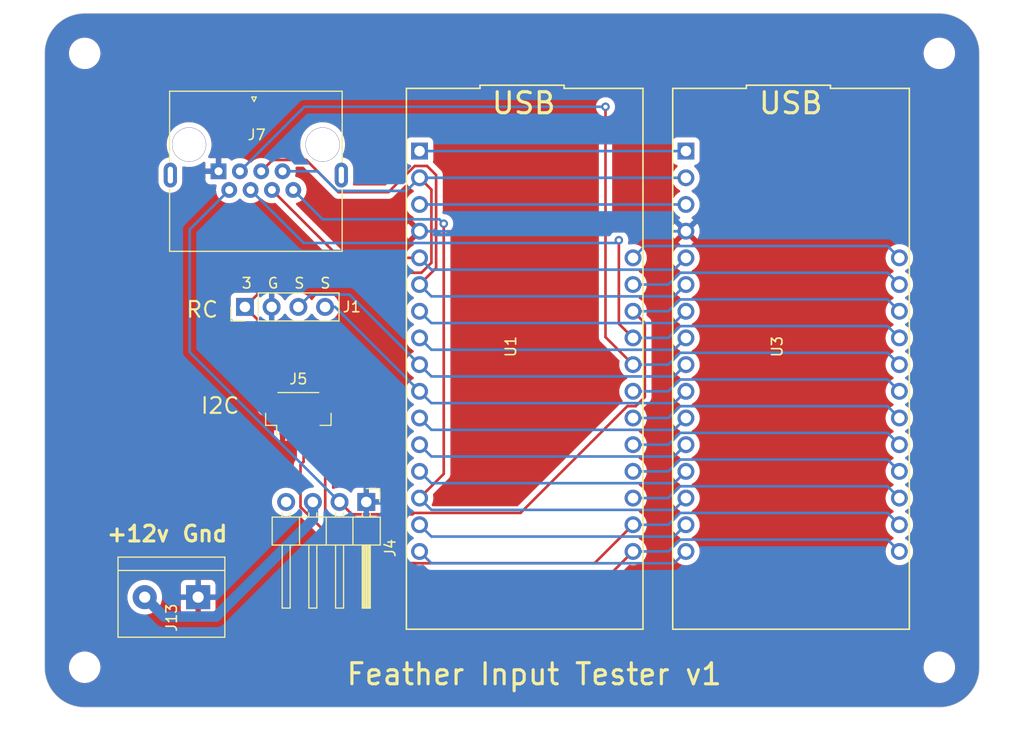
<source format=kicad_pcb>
(kicad_pcb (version 20221018) (generator pcbnew)
  (layers (0 "F.Cu" signal) (31 "B.Cu" signal) (34 "B.Paste" user) (35 "F.Paste" user) (36 "B.SilkS" user "B.Silkscreen") (37 "F.SilkS" user "F.Silkscreen") (38 "B.Mask" user) (39 "F.Mask" user) (44 "Edge.Cuts" user))
  (net 0 "")
  (net 1 "+5V")
  (net 2 "GND")
  (net 3 "+3V3")
  (net 4 "+12V")
  (net 5 "I2C_SDA")
  (net 6 "I2C_SCL")
  (net 7 "Steering")
  (net 8 "Throttle")
  (net 9 "RCPWMThrottle")
  (net 10 "RCPWMSteering")
  (net 11 "ActiveSW")
  (net 12 "D13")
  (net 13 "D12")
  (net 14 "MI")
  (net 15 "MO")
  (net 16 "SCK")
  (net 17 "A3")
  (net 18 "A2")
  (net 19 "AREF")
  (net 20 "RST")
  (net 21 "D5")
  (net 22 "D6")
  (net 23 "D9")
  (net 24 "D10")
  (net 25 "D11")
  (net 26 "EN")
  (net 27 "BAT")
  (net 28 "TX")
  (net 29 "D2")
  (footprint "Connector_PinHeader_2.54mm:PinHeader_1x04_P2.54mm_Horizontal" (layer "F.Cu") (at 136 135.4 -90)
    (fp_text reference "J4" (at 4.385 -2.27 -90) (layer "F.SilkS"))
    (fp_text value "Power Input")
    (fp_line (start -1.27 -1.27) (end 0 -1.27) (stroke (width 0.12)) (layer "F.SilkS"))
    (fp_line (start -1.27 0) (end -1.27 -1.27) (stroke (width 0.12)) (layer "F.SilkS"))
    (fp_line (start 1.042929 2.16) (end 1.44 2.16) (stroke (width 0.12)) (layer "F.SilkS"))
    (fp_line (start 1.042929 2.92) (end 1.44 2.92) (stroke (width 0.12)) (layer "F.SilkS"))
    (fp_line (start 1.042929 4.7) (end 1.44 4.7) (stroke (width 0.12)) (layer "F.SilkS"))
    (fp_line (start 1.042929 5.46) (end 1.44 5.46) (stroke (width 0.12)) (layer "F.SilkS"))
    (fp_line (start 1.042929 7.24) (end 1.44 7.24) (stroke (width 0.12)) (layer "F.SilkS"))
    (fp_line (start 1.042929 8) (end 1.44 8) (stroke (width 0.12)) (layer "F.SilkS"))
    (fp_line (start 1.11 -0.38) (end 1.44 -0.38) (stroke (width 0.12)) (layer "F.SilkS"))
    (fp_line (start 1.11 0.38) (end 1.44 0.38) (stroke (width 0.12)) (layer "F.SilkS"))
    (fp_line (start 1.44 -1.33) (end 1.44 8.95) (stroke (width 0.12)) (layer "F.SilkS"))
    (fp_line (start 1.44 1.27) (end 4.1 1.27) (stroke (width 0.12)) (layer "F.SilkS"))
    (fp_line (start 1.44 3.81) (end 4.1 3.81) (stroke (width 0.12)) (layer "F.SilkS"))
    (fp_line (start 1.44 6.35) (end 4.1 6.35) (stroke (width 0.12)) (layer "F.SilkS"))
    (fp_line (start 1.44 8.95) (end 4.1 8.95) (stroke (width 0.12)) (layer "F.SilkS"))
    (fp_line (start 4.1 -1.33) (end 1.44 -1.33) (stroke (width 0.12)) (layer "F.SilkS"))
    (fp_line (start 4.1 -0.38) (end 10.1 -0.38) (stroke (width 0.12)) (layer "F.SilkS"))
    (fp_line (start 4.1 -0.32) (end 10.1 -0.32) (stroke (width 0.12)) (layer "F.SilkS"))
    (fp_line (start 4.1 -0.2) (end 10.1 -0.2) (stroke (width 0.12)) (layer "F.SilkS"))
    (fp_line (start 4.1 -0.08) (end 10.1 -0.08) (stroke (width 0.12)) (layer "F.SilkS"))
    (fp_line (start 4.1 0.04) (end 10.1 0.04) (stroke (width 0.12)) (layer "F.SilkS"))
    (fp_line (start 4.1 0.16) (end 10.1 0.16) (stroke (width 0.12)) (layer "F.SilkS"))
    (fp_line (start 4.1 0.28) (end 10.1 0.28) (stroke (width 0.12)) (layer "F.SilkS"))
    (fp_line (start 4.1 2.16) (end 10.1 2.16) (stroke (width 0.12)) (layer "F.SilkS"))
    (fp_line (start 4.1 4.7) (end 10.1 4.7) (stroke (width 0.12)) (layer "F.SilkS"))
    (fp_line (start 4.1 7.24) (end 10.1 7.24) (stroke (width 0.12)) (layer "F.SilkS"))
    (fp_line (start 4.1 8.95) (end 4.1 -1.33) (stroke (width 0.12)) (layer "F.SilkS"))
    (fp_line (start 10.1 -0.38) (end 10.1 0.38) (stroke (width 0.12)) (layer "F.SilkS"))
    (fp_line (start 10.1 0.38) (end 4.1 0.38) (stroke (width 0.12)) (layer "F.SilkS"))
    (fp_line (start 10.1 2.16) (end 10.1 2.92) (stroke (width 0.12)) (layer "F.SilkS"))
    (fp_line (start 10.1 2.92) (end 4.1 2.92) (stroke (width 0.12)) (layer "F.SilkS"))
    (fp_line (start 10.1 4.7) (end 10.1 5.46) (stroke (width 0.12)) (layer "F.SilkS"))
    (fp_line (start 10.1 5.46) (end 4.1 5.46) (stroke (width 0.12)) (layer "F.SilkS"))
    (fp_line (start 10.1 7.24) (end 10.1 8) (stroke (width 0.12)) (layer "F.SilkS"))
    (fp_line (start 10.1 8) (end 4.1 8) (stroke (width 0.12)) (layer "F.SilkS"))
    (pad "1" thru_hole rect (at 0 0 270) (size 1.7 1.7) (drill 1) (layers "*.Cu" "*.Mask") (net 2 "GND"))
    (pad "2" thru_hole oval (at 0 2.54 270) (size 1.7 1.7) (drill 1) (layers "*.Cu" "*.Mask") (net 1 "+5V"))
    (pad "3" thru_hole oval (at 0 5.08 270) (size 1.7 1.7) (drill 1) (layers "*.Cu" "*.Mask") (net 4 "+12V"))
    (pad "4" thru_hole oval (at 0 7.62 270) (size 1.7 1.7) (drill 1) (layers "*.Cu" "*.Mask"))
  )
  (footprint "MountingHole:MountingHole_2.5mm" (layer "F.Cu") (at 190.5 92.71)
    (fp_text reference "REF**" hide)
    (fp_text value "MountingHole_2.5mm")
    (pad "" np_thru_hole circle (at 0 0) (size 2.5 2.5) (drill 2.5) (layers "*.Cu" "*.Mask"))
  )
  (footprint "MountingHole:MountingHole_2.5mm" (layer "F.Cu") (at 109.22 151.13)
    (fp_text reference "REF**" hide)
    (fp_text value "MountingHole_2.5mm")
    (pad "" np_thru_hole circle (at 0 0) (size 2.5 2.5) (drill 2.5) (layers "*.Cu" "*.Mask"))
  )
  (footprint "Useful Modifications:RJ45_x08_Tab_Up" (layer "F.Cu") (at 125.73 100.33 180)
    (fp_text reference "J7" (at 0.1524 -0.13208) (layer "F.SilkS"))
    (fp_text value "8P8C")
    (fp_line (start -7.97494 -11.21918) (end -7.97494 -5.207) (stroke (width 0.12)) (layer "F.SilkS"))
    (fp_line (start -7.97494 -11.21918) (end 8.43506 -11.21918) (stroke (width 0.12)) (layer "F.SilkS"))
    (fp_line (start -7.97494 4.02082) (end 8.43506 4.02082) (stroke (width 0.12)) (layer "F.SilkS"))
    (fp_line (start -7.97306 -2.71018) (end -7.97494 4.02082) (stroke (width 0.12)) (layer "F.SilkS"))
    (fp_line (start 0.18796 3.46964) (end 0.62738 3.46964) (stroke (width 0.12)) (layer "F.SilkS"))
    (fp_line (start 0.40132 3.03784) (end 0.18796 3.46964) (stroke (width 0.12)) (layer "F.SilkS"))
    (fp_line (start 0.62738 3.46964) (end 0.40132 3.03784) (stroke (width 0.12)) (layer "F.SilkS"))
    (fp_line (start 8.43506 -11.21918) (end 8.43506 -5.207) (stroke (width 0.12)) (layer "F.SilkS"))
    (fp_line (start 8.43694 -2.71018) (end 8.43506 4.02082) (stroke (width 0.12)) (layer "F.SilkS"))
    (pad "" np_thru_hole circle (at -6.11832 -1.05918) (size 3.25 3.25) (drill 3.2) (layers "*.Cu" "*.Mask"))
    (pad "" np_thru_hole circle (at 6.58168 -1.05918) (size 3.25 3.25) (drill 3.200001) (layers "*.Cu" "*.Mask"))
    (pad "1" thru_hole rect (at 3.78098 -3.59918 180) (size 1.5 1.5) (drill 0.76) (layers "*.Cu" "*.Mask") (net 2 "GND"))
    (pad "2" thru_hole circle (at 2.76098 -5.37918 180) (size 1.5 1.5) (drill 0.76) (layers "*.Cu" "*.Mask") (net 1 "+5V"))
    (pad "3" thru_hole circle (at 1.75098 -3.59918 180) (size 1.5 1.5) (drill 0.76) (layers "*.Cu" "*.Mask") (net 13 "D12"))
    (pad "4" thru_hole circle (at 0.73098 -5.37918 180) (size 1.5 1.5) (drill 0.76) (layers "*.Cu" "*.Mask") (net 12 "D13"))
    (pad "5" thru_hole circle (at -0.27902 -3.59918 180) (size 1.5 1.5) (drill 0.76) (layers "*.Cu" "*.Mask") (net 7 "Steering"))
    (pad "6" thru_hole circle (at -1.29902 -5.37918 180) (size 1.5 1.5) (drill 0.76) (layers "*.Cu" "*.Mask") (net 8 "Throttle"))
    (pad "7" thru_hole circle (at -2.30902 -3.59918 180) (size 1.5 1.5) (drill 0.76) (layers "*.Cu" "*.Mask") (net 3 "+3V3"))
    (pad "8" thru_hole circle (at -3.32902 -5.37918 180) (size 1.5 1.5) (drill 0.76) (layers "*.Cu" "*.Mask") (net 11 "ActiveSW"))
    (pad "9" thru_hole oval (at -7.89832 -3.96113) (size 1.259 2.362) (drill oval 0.5 1.6) (layers "*.Cu" "*.Mask"))
    (pad "10" thru_hole oval (at 8.36168 -3.96113) (size 1.259 2.362) (drill oval 0.5 1.6) (layers "*.Cu" "*.Mask"))
  )
  (footprint "Connector_PinHeader_2.54mm:PinHeader_1x04_P2.54mm_Vertical" (layer "F.Cu") (at 124.46 116.84 90)
    (fp_text reference "J1" (at 0 10.16 180) (layer "F.SilkS"))
    (fp_text value "RC" (at -0.254 -4.064 180) (layer "F.SilkS") (effects (font (size 1.5 1.5) (thickness 0.2))))
    (fp_line (start -1.33 -1.33) (end 0 -1.33) (stroke (width 0.12)) (layer "F.SilkS"))
    (fp_line (start -1.33 0) (end -1.33 -1.33) (stroke (width 0.12)) (layer "F.SilkS"))
    (fp_line (start -1.33 1.27) (end -1.33 8.95) (stroke (width 0.12)) (layer "F.SilkS"))
    (fp_line (start -1.33 1.27) (end 1.33 1.27) (stroke (width 0.12)) (layer "F.SilkS"))
    (fp_line (start -1.33 8.95) (end 1.33 8.95) (stroke (width 0.12)) (layer "F.SilkS"))
    (fp_line (start 1.33 1.27) (end 1.33 8.95) (stroke (width 0.12)) (layer "F.SilkS"))
    (pad "1" thru_hole rect (at 0 0 90) (size 1.7 1.7) (drill 1) (layers "*.Cu" "*.Mask") (net 3 "+3V3"))
    (pad "2" thru_hole oval (at 0 2.54 90) (size 1.7 1.7) (drill 1) (layers "*.Cu" "*.Mask") (net 2 "GND"))
    (pad "3" thru_hole oval (at 0 5.08 90) (size 1.7 1.7) (drill 1) (layers "*.Cu" "*.Mask") (net 9 "RCPWMThrottle"))
    (pad "4" thru_hole oval (at 0 7.62 90) (size 1.7 1.7) (drill 1) (layers "*.Cu" "*.Mask") (net 10 "RCPWMSteering"))
  )
  (footprint "Useful Modifications:TerminalBlock_bornier-2_P5.08mm" (layer "F.Cu") (at 120.01 144.46 180)
    (fp_text reference "J13" (at 2.5273 -1.9558 270) (layer "F.SilkS"))
    (fp_text value "Main Power")
    (fp_line (start -2.54 -3.81) (end -2.54 3.81) (stroke (width 0.12)) (layer "F.SilkS"))
    (fp_line (start -2.54 3.81) (end 7.62 3.81) (stroke (width 0.12)) (layer "F.SilkS"))
    (fp_line (start 7.62 -3.81) (end -2.54 -3.81) (stroke (width 0.12)) (layer "F.SilkS"))
    (fp_line (start 7.62 2.54) (end -2.54 2.54) (stroke (width 0.12)) (layer "F.SilkS"))
    (fp_line (start 7.62 3.81) (end 7.62 -3.81) (stroke (width 0.12)) (layer "F.SilkS"))
    (pad "1" thru_hole rect (at 0 0 180) (size 2.286 2.286) (drill 1.0668) (layers "*.Cu" "*.Mask") (net 2 "GND"))
    (pad "2" thru_hole circle (at 5.08 0 180) (size 2.286 2.286) (drill 1.0668) (layers "*.Cu" "*.Mask") (net 4 "+12V"))
  )
  (footprint "Connector_JST:JST_SH_BM04B-SRSS-TB_1x04-1MP_P1.00mm_Vertical" (layer "F.Cu") (at 129.54 127)
    (fp_text reference "J5" (at 0 -3.3) (layer "F.SilkS"))
    (fp_text value "I2C")
    (fp_line (start -3.11 -0.04) (end -3.11 1.11) (stroke (width 0.12)) (layer "F.SilkS"))
    (fp_line (start -3.11 1.11) (end -2.06 1.11) (stroke (width 0.12)) (layer "F.SilkS"))
    (fp_line (start -2.06 1.11) (end -2.06 2.1) (stroke (width 0.12)) (layer "F.SilkS"))
    (fp_line (start -1.94 -2.01) (end 1.94 -2.01) (stroke (width 0.12)) (layer "F.SilkS"))
    (fp_line (start 3.11 -0.04) (end 3.11 1.11) (stroke (width 0.12)) (layer "F.SilkS"))
    (fp_line (start 3.11 1.11) (end 2.06 1.11) (stroke (width 0.12)) (layer "F.SilkS"))
    (pad "1" smd roundrect (at -1.5 1.325) (size 0.6 1.55) (layers "F.Cu" "F.Paste" "F.Mask") (net 2 "GND"))
    (pad "2" smd roundrect (at -0.5 1.325) (size 0.6 1.55) (layers "F.Cu" "F.Paste" "F.Mask") (net 3 "+3V3"))
    (pad "3" smd roundrect (at 0.5 1.325) (size 0.6 1.55) (layers "F.Cu" "F.Paste" "F.Mask") (net 5 "I2C_SDA"))
    (pad "4" smd roundrect (at 1.5 1.325) (size 0.6 1.55) (layers "F.Cu" "F.Paste" "F.Mask") (net 6 "I2C_SCL"))
    (pad "MP" smd roundrect (at -2.8 -1.2) (size 1.2 1.8) (layers "F.Cu" "F.Paste" "F.Mask") (roundrect_rratio 0.208333))
    (pad "MP" smd roundrect (at 2.8 -1.2) (size 1.2 1.8) (layers "F.Cu" "F.Paste" "F.Mask") (roundrect_rratio 0.208333))
  )
  (footprint "Useful Modifications:Feather_nRF52840" (layer "F.Cu") (at 151.2 120.65 -90)
    (fp_text reference "U1" (at -0.03302 1.45542 90) (layer "F.SilkS"))
    (fp_text value "Feather_RP2040")
    (fp_line (start -24.90852 -3.61392) (end -24.90852 4.38608) (stroke (width 0.15)) (layer "F.SilkS"))
    (fp_line (start -24.6088 -3.61392) (end -24.90852 -3.61392) (stroke (width 0.15)) (layer "F.SilkS"))
    (fp_line (start -24.6088 -3.61392) (end -24.6088 -11.11392) (stroke (width 0.15)) (layer "F.SilkS"))
    (fp_line (start -24.6088 4.38608) (end -24.90852 4.38608) (stroke (width 0.15)) (layer "F.SilkS"))
    (fp_line (start -24.6088 11.38608) (end -24.6088 4.38608) (stroke (width 0.15)) (layer "F.SilkS"))
    (fp_line (start 26.86094 -11.11392) (end -24.6088 -11.11392) (stroke (width 0.15)) (layer "F.SilkS"))
    (fp_line (start 26.86094 11.38608) (end -24.6088 11.38608) (stroke (width 0.15)) (layer "F.SilkS"))
    (fp_line (start 26.86094 11.38608) (end 26.86094 -11.11392) (stroke (width 0.15)) (layer "F.SilkS"))
    (pad "1" thru_hole rect (at -18.64106 10.13206 270) (size 1.6 1.6) (drill 1) (layers "*.Cu" "*.Mask") (net 20 "RST"))
    (pad "2" thru_hole circle (at -16.10106 10.13206 270) (size 1.6 1.6) (drill 1) (layers "*.Cu" "*.Mask") (net 3 "+3V3"))
    (pad "3" thru_hole circle (at -13.56106 10.13206 270) (size 1.6 1.6) (drill 1) (layers "*.Cu" "*.Mask") (net 19 "AREF"))
    (pad "4" thru_hole circle (at -11.02106 10.13206 270) (size 1.6 1.6) (drill 1) (layers "*.Cu" "*.Mask") (net 2 "GND"))
    (pad "5" thru_hole circle (at -8.48106 10.13206 270) (size 1.6 1.6) (drill 1) (layers "*.Cu" "*.Mask") (net 8 "Throttle"))
    (pad "6" thru_hole circle (at -5.94106 10.13206 270) (size 1.6 1.6) (drill 1) (layers "*.Cu" "*.Mask") (net 7 "Steering"))
    (pad "7" thru_hole circle (at -3.40106 10.13206 270) (size 1.6 1.6) (drill 1) (layers "*.Cu" "*.Mask") (net 18 "A2"))
    (pad "8" thru_hole circle (at -0.86106 10.13206 270) (size 1.6 1.6) (drill 1) (layers "*.Cu" "*.Mask") (net 17 "A3"))
    (pad "9" thru_hole circle (at 1.67894 10.13206 270) (size 1.6 1.6) (drill 1) (layers "*.Cu" "*.Mask") (net 9 "RCPWMThrottle"))
    (pad "10" thru_hole circle (at 4.21894 10.13206 270) (size 1.6 1.6) (drill 1) (layers "*.Cu" "*.Mask") (net 10 "RCPWMSteering"))
    (pad "11" thru_hole circle (at 6.75894 10.13206 270) (size 1.6 1.6) (drill 1) (layers "*.Cu" "*.Mask") (net 16 "SCK"))
    (pad "12" thru_hole circle (at 9.29894 10.13206 270) (size 1.6 1.6) (drill 1) (layers "*.Cu" "*.Mask") (net 15 "MO"))
    (pad "13" thru_hole circle (at 11.83894 10.13206 270) (size 1.6 1.6) (drill 1) (layers "*.Cu" "*.Mask") (net 14 "MI"))
    (pad "14" thru_hole circle (at 14.37894 10.13206 270) (size 1.6 1.6) (drill 1) (layers "*.Cu" "*.Mask") (net 11 "ActiveSW"))
    (pad "15" thru_hole circle (at 16.91894 10.13206 270) (size 1.6 1.6) (drill 1) (layers "*.Cu" "*.Mask") (net 28 "TX"))
    (pad "16" thru_hole circle (at 19.45894 10.13206 270) (size 1.6 1.6) (drill 1) (layers "*.Cu" "*.Mask") (net 29 "D2"))
    (pad "17" thru_hole circle (at 19.45894 -10.16794 270) (size 1.6 1.6) (drill 1) (layers "*.Cu" "*.Mask") (net 5 "I2C_SDA"))
    (pad "18" thru_hole circle (at 16.91894 -10.16794 270) (size 1.6 1.6) (drill 1) (layers "*.Cu" "*.Mask") (net 6 "I2C_SCL"))
    (pad "19" thru_hole circle (at 14.37894 -10.16794 270) (size 1.6 1.6) (drill 1) (layers "*.Cu" "*.Mask") (net 21 "D5"))
    (pad "20" thru_hole circle (at 11.83894 -10.16794 270) (size 1.6 1.6) (drill 1) (layers "*.Cu" "*.Mask") (net 22 "D6"))
    (pad "21" thru_hole circle (at 9.29894 -10.16794 270) (size 1.6 1.6) (drill 1) (layers "*.Cu" "*.Mask") (net 23 "D9"))
    (pad "22" thru_hole circle (at 6.75894 -10.16794 270) (size 1.6 1.6) (drill 1) (layers "*.Cu" "*.Mask") (net 24 "D10"))
    (pad "23" thru_hole circle (at 4.21894 -10.16794 270) (size 1.6 1.6) (drill 1) (layers "*.Cu" "*.Mask") (net 25 "D11"))
    (pad "24" thru_hole circle (at 1.67894 -10.16794 270) (size 1.6 1.6) (drill 1) (layers "*.Cu" "*.Mask") (net 13 "D12"))
    (pad "25" thru_hole circle (at -0.86106 -10.16794 270) (size 1.6 1.6) (drill 1) (layers "*.Cu" "*.Mask") (net 12 "D13"))
    (pad "26" thru_hole circle (at -3.40106 -10.16794 270) (size 1.6 1.6) (drill 1) (layers "*.Cu" "*.Mask") (net 1 "+5V"))
    (pad "27" thru_hole circle (at -5.94106 -10.16794 270) (size 1.6 1.6) (drill 1) (layers "*.Cu" "*.Mask") (net 26 "EN"))
    (pad "28" thru_hole circle (at -8.48106 -10.16794 270) (size 1.6 1.6) (drill 1) (layers "*.Cu" "*.Mask") (net 27 "BAT"))
  )
  (footprint "MountingHole:MountingHole_2.5mm" (layer "F.Cu") (at 190.5 151.13)
    (fp_text reference "REF**" hide)
    (fp_text value "MountingHole_2.5mm")
    (pad "" np_thru_hole circle (at 0 0) (size 2.5 2.5) (drill 2.5) (layers "*.Cu" "*.Mask"))
  )
  (footprint "Useful Modifications:Feather_nRF52840" (layer "F.Cu") (at 176.53 120.65 -90)
    (fp_text reference "U3" (at -0.03302 1.45542 90) (layer "F.SilkS"))
    (fp_text value "Feather_RP2040")
    (fp_line (start -24.90852 -3.61392) (end -24.90852 4.38608) (stroke (width 0.15)) (layer "F.SilkS"))
    (fp_line (start -24.6088 -3.61392) (end -24.90852 -3.61392) (stroke (width 0.15)) (layer "F.SilkS"))
    (fp_line (start -24.6088 -3.61392) (end -24.6088 -11.11392) (stroke (width 0.15)) (layer "F.SilkS"))
    (fp_line (start -24.6088 4.38608) (end -24.90852 4.38608) (stroke (width 0.15)) (layer "F.SilkS"))
    (fp_line (start -24.6088 11.38608) (end -24.6088 4.38608) (stroke (width 0.15)) (layer "F.SilkS"))
    (fp_line (start 26.86094 -11.11392) (end -24.6088 -11.11392) (stroke (width 0.15)) (layer "F.SilkS"))
    (fp_line (start 26.86094 11.38608) (end -24.6088 11.38608) (stroke (width 0.15)) (layer "F.SilkS"))
    (fp_line (start 26.86094 11.38608) (end 26.86094 -11.11392) (stroke (width 0.15)) (layer "F.SilkS"))
    (pad "1" thru_hole rect (at -18.64106 10.13206 270) (size 1.6 1.6) (drill 1) (layers "*.Cu" "*.Mask") (net 20 "RST"))
    (pad "2" thru_hole circle (at -16.10106 10.13206 270) (size 1.6 1.6) (drill 1) (layers "*.Cu" "*.Mask") (net 3 "+3V3"))
    (pad "3" thru_hole circle (at -13.56106 10.13206 270) (size 1.6 1.6) (drill 1) (layers "*.Cu" "*.Mask") (net 19 "AREF"))
    (pad "4" thru_hole circle (at -11.02106 10.13206 270) (size 1.6 1.6) (drill 1) (layers "*.Cu" "*.Mask") (net 2 "GND"))
    (pad "5" thru_hole circle (at -8.48106 10.13206 270) (size 1.6 1.6) (drill 1) (layers "*.Cu" "*.Mask") (net 8 "Throttle"))
    (pad "6" thru_hole circle (at -5.94106 10.13206 270) (size 1.6 1.6) (drill 1) (layers "*.Cu" "*.Mask") (net 7 "Steering"))
    (pad "7" thru_hole circle (at -3.40106 10.13206 270) (size 1.6 1.6) (drill 1) (layers "*.Cu" "*.Mask") (net 18 "A2"))
    (pad "8" thru_hole circle (at -0.86106 10.13206 270) (size 1.6 1.6) (drill 1) (layers "*.Cu" "*.Mask") (net 17 "A3"))
    (pad "9" thru_hole circle (at 1.67894 10.13206 270) (size 1.6 1.6) (drill 1) (layers "*.Cu" "*.Mask") (net 9 "RCPWMThrottle"))
    (pad "10" thru_hole circle (at 4.21894 10.13206 270) (size 1.6 1.6) (drill 1) (layers "*.Cu" "*.Mask") (net 10 "RCPWMSteering"))
    (pad "11" thru_hole circle (at 6.75894 10.13206 270) (size 1.6 1.6) (drill 1) (layers "*.Cu" "*.Mask") (net 16 "SCK"))
    (pad "12" thru_hole circle (at 9.29894 10.13206 270) (size 1.6 1.6) (drill 1) (layers "*.Cu" "*.Mask") (net 15 "MO"))
    (pad "13" thru_hole circle (at 11.83894 10.13206 270) (size 1.6 1.6) (drill 1) (layers "*.Cu" "*.Mask") (net 14 "MI"))
    (pad "14" thru_hole circle (at 14.37894 10.13206 270) (size 1.6 1.6) (drill 1) (layers "*.Cu" "*.Mask") (net 11 "ActiveSW"))
    (pad "15" thru_hole circle (at 16.91894 10.13206 270) (size 1.6 1.6) (drill 1) (layers "*.Cu" "*.Mask") (net 28 "TX"))
    (pad "16" thru_hole circle (at 19.45894 10.13206 270) (size 1.6 1.6) (drill 1) (layers "*.Cu" "*.Mask") (net 29 "D2"))
    (pad "17" thru_hole circle (at 19.45894 -10.16794 270) (size 1.6 1.6) (drill 1) (layers "*.Cu" "*.Mask") (net 5 "I2C_SDA"))
    (pad "18" thru_hole circle (at 16.91894 -10.16794 270) (size 1.6 1.6) (drill 1) (layers "*.Cu" "*.Mask") (net 6 "I2C_SCL"))
    (pad "19" thru_hole circle (at 14.37894 -10.16794 270) (size 1.6 1.6) (drill 1) (layers "*.Cu" "*.Mask") (net 21 "D5"))
    (pad "20" thru_hole circle (at 11.83894 -10.16794 270) (size 1.6 1.6) (drill 1) (layers "*.Cu" "*.Mask") (net 22 "D6"))
    (pad "21" thru_hole circle (at 9.29894 -10.16794 270) (size 1.6 1.6) (drill 1) (layers "*.Cu" "*.Mask") (net 23 "D9"))
    (pad "22" thru_hole circle (at 6.75894 -10.16794 270) (size 1.6 1.6) (drill 1) (layers "*.Cu" "*.Mask") (net 24 "D10"))
    (pad "23" thru_hole circle (at 4.21894 -10.16794 270) (size 1.6 1.6) (drill 1) (layers "*.Cu" "*.Mask") (net 25 "D11"))
    (pad "24" thru_hole circle (at 1.67894 -10.16794 270) (size 1.6 1.6) (drill 1) (layers "*.Cu" "*.Mask") (net 13 "D12"))
    (pad "25" thru_hole circle (at -0.86106 -10.16794 270) (size 1.6 1.6) (drill 1) (layers "*.Cu" "*.Mask") (net 12 "D13"))
    (pad "26" thru_hole circle (at -3.40106 -10.16794 270) (size 1.6 1.6) (drill 1) (layers "*.Cu" "*.Mask") (net 1 "+5V"))
    (pad "27" thru_hole circle (at -5.94106 -10.16794 270) (size 1.6 1.6) (drill 1) (layers "*.Cu" "*.Mask") (net 26 "EN"))
    (pad "28" thru_hole circle (at -8.48106 -10.16794 270) (size 1.6 1.6) (drill 1) (layers "*.Cu" "*.Mask") (net 27 "BAT"))
  )
  (footprint "MountingHole:MountingHole_2.5mm" (layer "F.Cu") (at 109.22 92.71)
    (fp_text reference "REF**" hide)
    (fp_text value "MountingHole_2.5mm")
    (pad "" np_thru_hole circle (at 0 0) (size 2.5 2.5) (drill 2.5) (layers "*.Cu" "*.Mask"))
  )
  (gr_line (start 105.41 92.71) (end 105.41 151.13) (stroke (width 0.05)) (layer "Edge.Cuts"))
  (gr_arc (start 190.5 88.9) (mid 193.194077 90.015923) (end 194.31 92.71) (stroke (width 0.05)) (layer "Edge.Cuts"))
  (gr_line (start 109.22 154.94) (end 190.5 154.94) (stroke (width 0.05)) (layer "Edge.Cuts"))
  (gr_line (start 194.31 151.13) (end 194.31 92.71) (stroke (width 0.05)) (layer "Edge.Cuts"))
  (gr_line (start 190.5 88.9) (end 109.22 88.9) (stroke (width 0.05)) (layer "Edge.Cuts"))
  (gr_arc (start 194.31 151.13) (mid 193.194077 153.824077) (end 190.5 154.94) (stroke (width 0.05)) (layer "Edge.Cuts"))
  (gr_arc (start 105.41 92.71) (mid 106.525923 90.015923) (end 109.22 88.9) (stroke (width 0.05)) (layer "Edge.Cuts"))
  (gr_arc (start 109.22 154.94) (mid 106.525923 153.824077) (end 105.41 151.13) (stroke (width 0.05)) (layer "Edge.Cuts"))
  (gr_text "3  G  S  S" (at 124.06 114.58) (layer "F.SilkS") (effects (font (size 1 1)) (justify left)))
  (gr_text "Gnd" (at 120.65 138.43) (layer "F.SilkS") (effects (font (size 1.5 1.5) (thickness 0.3))))
  (gr_text "+12v" (at 114.3 138.43) (layer "F.SilkS") (effects (font (size 1.5 1.5) (thickness 0.3))))
  (gr_text "I2C" (at 120.142 126.238) (layer "F.SilkS") (effects (font (size 1.5 1.5) (thickness 0.2)) (justify left)))
  (gr_text "USB" (at 176.375 97.45) (layer "F.SilkS") (effects (font (size 2 2) (thickness 0.3))))
  (gr_text "USB" (at 150.975 97.45) (layer "F.SilkS") (effects (font (size 2 2) (thickness 0.3))))
  (gr_text "Feather Input Tester v1" (at 151.9682 151.7904) (layer "F.SilkS") (effects (font (size 2 2) (thickness 0.3))))
  (segment (start 140.396877 136.575001) (end 140.527939 136.443939) (width 0.25) (layer "F.Cu") (net 1))
  (segment (start 162.492941 118.373941) (end 161.36794 117.24894) (width 0.25) (layer "F.Cu") (net 1))
  (segment (start 161.617943 126.283939) (end 162.492941 125.408941) (width 0.25) (layer "F.Cu") (net 1))
  (segment (start 160.827939 126.283939) (end 161.617943 126.283939) (width 0.25) (layer "F.Cu") (net 1))
  (segment (start 133.46 135.4) (end 134.635001 136.575001) (width 0.25) (layer "F.Cu") (net 1))
  (segment (start 140.527939 136.443939) (end 150.667939 136.443939) (width 0.25) (layer "F.Cu") (net 1))
  (segment (start 150.667939 136.443939) (end 160.827939 126.283939) (width 0.25) (layer "F.Cu") (net 1))
  (segment (start 134.635001 136.575001) (end 140.396877 136.575001) (width 0.25) (layer "F.Cu") (net 1))
  (segment (start 162.492941 125.408941) (end 162.492941 118.373941) (width 0.25) (layer "F.Cu") (net 1))
  (segment (start 165.857939 116.123939) (end 185.572939 116.123939) (width 0.25) (layer "B.Cu") (net 1))
  (segment (start 161.36794 117.24894) (end 164.732938 117.24894) (width 0.25) (layer "B.Cu") (net 1))
  (segment (start 122.96902 105.70918) (end 119.204999 109.473201) (width 0.25) (layer "B.Cu") (net 1))
  (segment (start 124.065198 126.005198) (end 133.46 135.4) (width 0.25) (layer "B.Cu") (net 1))
  (segment (start 119.204999 109.473201) (end 119.204999 121.144999) (width 0.25) (layer "B.Cu") (net 1))
  (segment (start 119.204999 121.144999) (end 124.065198 126.005198) (width 0.25) (layer "B.Cu") (net 1))
  (segment (start 185.572939 116.123939) (end 186.69794 117.24894) (width 0.25) (layer "B.Cu") (net 1))
  (segment (start 164.732938 117.24894) (end 165.857939 116.123939) (width 0.25) (layer "B.Cu") (net 1))
  (segment (start 166.39794 109.62894) (end 166.384377 109.642503) (width 0.25) (layer "B.Cu") (net 2))
  (segment (start 141.081503 109.642503) (end 141.06794 109.62894) (width 0.25) (layer "B.Cu") (net 2))
  (segment (start 166.384377 109.642503) (end 141.081503 109.642503) (width 0.25) (layer "B.Cu") (net 2))
  (segment (start 142.19294 112.634931) (end 141.243931 113.58394) (width 0.25) (layer "F.Cu") (net 3))
  (segment (start 129.04 121.42) (end 129.04 128.325) (width 0.25) (layer "F.Cu") (net 3))
  (segment (start 141.06794 104.54894) (end 142.19294 105.67394) (width 0.25) (layer "F.Cu") (net 3))
  (segment (start 127.71606 113.58394) (end 124.46 116.84) (width 0.25) (layer "F.Cu") (net 3))
  (segment (start 142.19294 105.67394) (end 142.19294 112.634931) (width 0.25) (layer "F.Cu") (net 3))
  (segment (start 124.46 116.84) (end 129.04 121.42) (width 0.25) (layer "F.Cu") (net 3))
  (segment (start 141.243931 113.58394) (end 127.71606 113.58394) (width 0.25) (layer "F.Cu") (net 3))
  (segment (start 133.23295 105.79714) (end 139.81974 105.79714) (width 0.25) (layer "B.Cu") (net 3))
  (segment (start 128.03902 103.92918) (end 131.36499 103.92918) (width 0.25) (layer "B.Cu") (net 3))
  (segment (start 141.06794 104.54894) (end 166.39794 104.54894) (width 0.25) (layer "B.Cu") (net 3))
  (segment (start 139.81974 105.79714) (end 141.06794 104.54894) (width 0.25) (layer "B.Cu") (net 3))
  (segment (start 131.36499 103.92918) (end 133.23295 105.79714) (width 0.25) (layer "B.Cu") (net 3))
  (segment (start 130.92 137.096002) (end 130.92 135.4) (width 1) (layer "B.Cu") (net 4))
  (segment (start 121.713001 146.303001) (end 130.92 137.096002) (width 1) (layer "B.Cu") (net 4))
  (segment (start 116.773001 146.303001) (end 121.713001 146.303001) (width 1) (layer "B.Cu") (net 4))
  (segment (start 114.93 144.46) (end 116.773001 146.303001) (width 1) (layer "B.Cu") (net 4))
  (segment (start 130.04 131.572) (end 129.745 131.867) (width 0.25) (layer "F.Cu") (net 5))
  (segment (start 159.23688 142.24) (end 161.36794 140.10894) (width 0.25) (layer "F.Cu") (net 5))
  (segment (start 129.745 131.867) (end 129.745 135.886701) (width 0.25) (layer "F.Cu") (net 5))
  (segment (start 130.04 128.325) (end 130.04 131.572) (width 0.25) (layer "F.Cu") (net 5))
  (segment (start 159.23688 142.24) (end 136.098299 142.24) (width 0.25) (layer "F.Cu") (net 5))
  (segment (start 129.745 135.886701) (end 136.098299 142.24) (width 0.25) (layer "F.Cu") (net 5))
  (segment (start 164.732938 140.10894) (end 165.857939 138.983939) (width 0.25) (layer "B.Cu") (net 5))
  (segment (start 161.36794 140.10894) (end 164.732938 140.10894) (width 0.25) (layer "B.Cu") (net 5))
  (segment (start 185.572939 138.983939) (end 186.69794 140.10894) (width 0.25) (layer "B.Cu") (net 5))
  (segment (start 165.857939 138.983939) (end 185.572939 138.983939) (width 0.25) (layer "B.Cu") (net 5))
  (segment (start 140.592009 141.224) (end 136.935998 141.224) (width 0.25) (layer "F.Cu") (net 6))
  (segment (start 132.095 129.38) (end 132.095 136.402882) (width 0.25) (layer "F.Cu") (net 6))
  (segment (start 140.601949 141.23394) (end 157.70294 141.23394) (width 0.25) (layer "F.Cu") (net 6))
  (segment (start 136.935998 141.224) (end 136.926058 141.23394) (width 0.25) (layer "F.Cu") (net 6))
  (segment (start 136.926058 141.23394) (end 132.095 136.402882) (width 0.25) (layer "F.Cu") (net 6))
  (segment (start 131.04 128.325) (end 132.095 129.38) (width 0.25) (layer "F.Cu") (net 6))
  (segment (start 140.592009 141.224) (end 140.601949 141.23394) (width 0.25) (layer "F.Cu") (net 6))
  (segment (start 157.70294 141.23394) (end 161.36794 137.56894) (width 0.25) (layer "F.Cu") (net 6))
  (segment (start 165.857939 136.443939) (end 185.572939 136.443939) (width 0.25) (layer "B.Cu") (net 6))
  (segment (start 164.732938 137.56894) (end 165.857939 136.443939) (width 0.25) (layer "B.Cu") (net 6))
  (segment (start 185.572939 136.443939) (end 186.69794 137.56894) (width 0.25) (layer "B.Cu") (net 6))
  (segment (start 161.36794 137.56894) (end 164.732938 137.56894) (width 0.25) (layer "B.Cu") (net 6))
  (segment (start 140.601949 103.42394) (end 141.77794 103.42394) (width 0.25) (layer "F.Cu") (net 7))
  (segment (start 130.28618 102.85418) (end 133.35 105.918) (width 0.25) (layer "F.Cu") (net 7))
  (segment (start 138.107889 105.918) (end 140.601949 103.42394) (width 0.25) (layer "F.Cu") (net 7))
  (segment (start 127.08402 102.85418) (end 130.28618 102.85418) (width 0.25) (layer "F.Cu") (net 7))
  (segment (start 126.00902 103.92918) (end 127.08402 102.85418) (width 0.25) (layer "F.Cu") (net 7))
  (segment (start 133.35 105.918) (end 138.107889 105.918) (width 0.25) (layer "F.Cu") (net 7))
  (segment (start 141.77794 103.42394) (end 142.64294 104.28894) (width 0.25) (layer "F.Cu") (net 7))
  (segment (start 142.64294 104.28894) (end 142.64294 113.13394) (width 0.25) (layer "F.Cu") (net 7))
  (segment (start 142.64294 113.13394) (end 141.06794 114.70894) (width 0.25) (layer "F.Cu") (net 7))
  (segment (start 165.272939 115.833941) (end 166.39794 114.70894) (width 0.25) (layer "B.Cu") (net 7))
  (segment (start 142.192941 115.833941) (end 165.272939 115.833941) (width 0.25) (layer "B.Cu") (net 7))
  (segment (start 141.06794 114.70894) (end 142.192941 115.833941) (width 0.25) (layer "B.Cu") (net 7))
  (segment (start 127.02902 105.70918) (end 133.48878 112.16894) (width 0.25) (layer "F.Cu") (net 8))
  (segment (start 133.48878 112.16894) (end 141.06794 112.16894) (width 0.25) (layer "F.Cu") (net 8))
  (segment (start 142.192941 113.293941) (end 165.272939 113.293941) (width 0.25) (layer "B.Cu") (net 8))
  (segment (start 141.06794 112.16894) (end 142.192941 113.293941) (width 0.25) (layer "B.Cu") (net 8))
  (segment (start 165.272939 113.293941) (end 166.39794 112.16894) (width 0.25) (layer "B.Cu") (net 8))
  (segment (start 134.404 115.665) (end 130.715 115.665) (width 0.25) (layer "B.Cu") (net 9))
  (segment (start 130.715 115.665) (end 129.54 116.84) (width 0.25) (layer "B.Cu") (net 9))
  (segment (start 142.192941 123.453941) (end 165.272939 123.453941) (width 0.25) (layer "B.Cu") (net 9))
  (segment (start 165.272939 123.453941) (end 166.39794 122.32894) (width 0.25) (layer "B.Cu") (net 9))
  (segment (start 141.06794 122.32894) (end 142.192941 123.453941) (width 0.25) (layer "B.Cu") (net 9))
  (segment (start 141.06794 122.32894) (end 134.404 115.665) (width 0.25) (layer "B.Cu") (net 9))
  (segment (start 142.192941 125.993941) (end 165.272939 125.993941) (width 0.25) (layer "B.Cu") (net 10))
  (segment (start 165.272939 125.993941) (end 166.39794 124.86894) (width 0.25) (layer "B.Cu") (net 10))
  (segment (start 141.06794 124.86894) (end 133.039 116.84) (width 0.25) (layer "B.Cu") (net 10))
  (segment (start 133.039 116.84) (end 132.08 116.84) (width 0.25) (layer "B.Cu") (net 10))
  (segment (start 142.192941 125.993941) (end 141.06794 124.86894) (width 0.25) (layer "B.Cu") (net 10))
  (segment (start 141.06794 135.02894) (end 143.36794 132.72894) (width 0.25) (layer "F.Cu") (net 11))
  (segment (start 143.36794 132.72894) (end 143.36794 108.917503) (width 0.25) (layer "F.Cu") (net 11))
  (via (at 143.36794 108.917503) (size 0.8) (drill 0.4) (layers "F.Cu" "B.Cu") (net 11))
  (segment (start 141.06794 135.02894) (end 142.192941 136.153941) (width 0.25) (layer "B.Cu") (net 11))
  (segment (start 131.853779 108.503939) (end 142.954376 108.503939) (width 0.25) (layer "B.Cu") (net 11))
  (segment (start 142.192941 136.153941) (end 165.272939 136.153941) (width 0.25) (layer "B.Cu") (net 11))
  (segment (start 129.05902 105.70918) (end 131.853779 108.503939) (width 0.25) (layer "B.Cu") (net 11))
  (segment (start 165.272939 136.153941) (end 166.39794 135.02894) (width 0.25) (layer "B.Cu") (net 11))
  (segment (start 142.954376 108.503939) (end 143.36794 108.917503) (width 0.25) (layer "B.Cu") (net 11))
  (segment (start 160.02 118.441) (end 161.36794 119.78894) (width 0.25) (layer "F.Cu") (net 12))
  (segment (start 160.02 110.49) (end 160.02 118.441) (width 0.25) (layer "F.Cu") (net 12))
  (via (at 160.02 110.49) (size 0.8) (drill 0.4) (layers "F.Cu" "B.Cu") (net 12))
  (segment (start 159.756059 110.753941) (end 160.02 110.49) (width 0.25) (layer "B.Cu") (net 12))
  (segment (start 185.572939 118.663939) (end 186.69794 119.78894) (width 0.25) (layer "B.Cu") (net 12))
  (segment (start 130.043781 110.753941) (end 159.756059 110.753941) (width 0.25) (layer "B.Cu") (net 12))
  (segment (start 164.732938 119.78894) (end 165.857939 118.663939) (width 0.25) (layer "B.Cu") (net 12))
  (segment (start 161.36794 119.78894) (end 164.732938 119.78894) (width 0.25) (layer "B.Cu") (net 12))
  (segment (start 165.857939 118.663939) (end 185.572939 118.663939) (width 0.25) (layer "B.Cu") (net 12))
  (segment (start 124.99902 105.70918) (end 130.043781 110.753941) (width 0.25) (layer "B.Cu") (net 12))
  (segment (start 158.75 97.79) (end 158.75 119.711) (width 0.25) (layer "F.Cu") (net 13))
  (segment (start 158.75 119.711) (end 161.36794 122.32894) (width 0.25) (layer "F.Cu") (net 13))
  (via (at 158.75 97.79) (size 0.8) (drill 0.4) (layers "F.Cu" "B.Cu") (net 13))
  (segment (start 123.97902 103.92918) (end 130.1182 97.79) (width 0.25) (layer "B.Cu") (net 13))
  (segment (start 165.857939 121.203939) (end 185.572939 121.203939) (width 0.25) (layer "B.Cu") (net 13))
  (segment (start 161.36794 122.32894) (end 164.732938 122.32894) (width 0.25) (layer "B.Cu") (net 13))
  (segment (start 130.1182 97.79) (end 158.75 97.79) (width 0.25) (layer "B.Cu") (net 13))
  (segment (start 185.572939 121.203939) (end 186.69794 122.32894) (width 0.25) (layer "B.Cu") (net 13))
  (segment (start 164.732938 122.32894) (end 165.857939 121.203939) (width 0.25) (layer "B.Cu") (net 13))
  (segment (start 141.06794 132.48894) (end 142.192941 133.613941) (width 0.25) (layer "B.Cu") (net 14))
  (segment (start 142.192941 133.613941) (end 165.272939 133.613941) (width 0.25) (layer "B.Cu") (net 14))
  (segment (start 165.272939 133.613941) (end 166.39794 132.48894) (width 0.25) (layer "B.Cu") (net 14))
  (segment (start 141.06794 129.94894) (end 142.192941 131.073941) (width 0.25) (layer "B.Cu") (net 15))
  (segment (start 142.192941 131.073941) (end 165.272939 131.073941) (width 0.25) (layer "B.Cu") (net 15))
  (segment (start 165.272939 131.073941) (end 166.39794 129.94894) (width 0.25) (layer "B.Cu") (net 15))
  (segment (start 165.272939 128.533941) (end 166.39794 127.40894) (width 0.25) (layer "B.Cu") (net 16))
  (segment (start 141.06794 127.40894) (end 142.192941 128.533941) (width 0.25) (layer "B.Cu") (net 16))
  (segment (start 142.192941 128.533941) (end 165.272939 128.533941) (width 0.25) (layer "B.Cu") (net 16))
  (segment (start 142.192941 120.913941) (end 165.272939 120.913941) (width 0.25) (layer "B.Cu") (net 17))
  (segment (start 141.06794 119.78894) (end 142.192941 120.913941) (width 0.25) (layer "B.Cu") (net 17))
  (segment (start 165.272939 120.913941) (end 166.39794 119.78894) (width 0.25) (layer "B.Cu") (net 17))
  (segment (start 142.192941 118.373941) (end 165.272939 118.373941) (width 0.25) (layer "B.Cu") (net 18))
  (segment (start 141.06794 117.24894) (end 142.192941 118.373941) (width 0.25) (layer "B.Cu") (net 18))
  (segment (start 165.272939 118.373941) (end 166.39794 117.24894) (width 0.25) (layer "B.Cu") (net 18))
  (segment (start 141.06794 107.08894) (end 166.39794 107.08894) (width 0.25) (layer "B.Cu") (net 19))
  (segment (start 141.06794 102.00894) (end 166.39794 102.00894) (width 0.25) (layer "B.Cu") (net 20))
  (segment (start 185.572939 133.903939) (end 186.69794 135.02894) (width 0.25) (layer "B.Cu") (net 21))
  (segment (start 165.857939 133.903939) (end 185.572939 133.903939) (width 0.25) (layer "B.Cu") (net 21))
  (segment (start 161.36794 135.02894) (end 164.732938 135.02894) (width 0.25) (layer "B.Cu") (net 21))
  (segment (start 164.732938 135.02894) (end 165.857939 133.903939) (width 0.25) (layer "B.Cu") (net 21))
  (segment (start 165.857939 131.363939) (end 185.572939 131.363939) (width 0.25) (layer "B.Cu") (net 22))
  (segment (start 161.36794 132.48894) (end 164.732938 132.48894) (width 0.25) (layer "B.Cu") (net 22))
  (segment (start 185.572939 131.363939) (end 186.69794 132.48894) (width 0.25) (layer "B.Cu") (net 22))
  (segment (start 164.732938 132.48894) (end 165.857939 131.363939) (width 0.25) (layer "B.Cu") (net 22))
  (segment (start 161.36794 129.94894) (end 164.732938 129.94894) (width 0.25) (layer "B.Cu") (net 23))
  (segment (start 165.857939 128.823939) (end 185.572939 128.823939) (width 0.25) (layer "B.Cu") (net 23))
  (segment (start 164.732938 129.94894) (end 165.857939 128.823939) (width 0.25) (layer "B.Cu") (net 23))
  (segment (start 185.572939 128.823939) (end 186.69794 129.94894) (width 0.25) (layer "B.Cu") (net 23))
  (segment (start 161.36794 127.40894) (end 164.732938 127.40894) (width 0.25) (layer "B.Cu") (net 24))
  (segment (start 165.857939 126.283939) (end 185.572939 126.283939) (width 0.25) (layer "B.Cu") (net 24))
  (segment (start 164.732938 127.40894) (end 165.857939 126.283939) (width 0.25) (layer "B.Cu") (net 24))
  (segment (start 185.572939 126.283939) (end 186.69794 127.40894) (width 0.25) (layer "B.Cu") (net 24))
  (segment (start 185.572939 123.743939) (end 186.69794 124.86894) (width 0.25) (layer "B.Cu") (net 25))
  (segment (start 164.732938 124.86894) (end 165.857939 123.743939) (width 0.25) (layer "B.Cu") (net 25))
  (segment (start 161.36794 124.86894) (end 164.732938 124.86894) (width 0.25) (layer "B.Cu") (net 25))
  (segment (start 165.857939 123.743939) (end 185.572939 123.743939) (width 0.25) (layer "B.Cu") (net 25))
  (segment (start 185.572939 113.583939) (end 186.69794 114.70894) (width 0.25) (layer "B.Cu") (net 26))
  (segment (start 165.857939 113.583939) (end 185.572939 113.583939) (width 0.25) (layer "B.Cu") (net 26))
  (segment (start 164.732938 114.70894) (end 165.857939 113.583939) (width 0.25) (layer "B.Cu") (net 26))
  (segment (start 161.36794 114.70894) (end 164.732938 114.70894) (width 0.25) (layer "B.Cu") (net 26))
  (segment (start 185.572939 111.043939) (end 186.69794 112.16894) (width 0.25) (layer "B.Cu") (net 27))
  (segment (start 162.492941 111.043939) (end 185.572939 111.043939) (width 0.25) (layer "B.Cu") (net 27))
  (segment (start 161.36794 112.16894) (end 162.492941 111.043939) (width 0.25) (layer "B.Cu") (net 27))
  (segment (start 142.192941 138.693941) (end 165.272939 138.693941) (width 0.25) (layer "B.Cu") (net 28))
  (segment (start 165.272939 138.693941) (end 166.39794 137.56894) (width 0.25) (layer "B.Cu") (net 28))
  (segment (start 141.06794 137.56894) (end 142.192941 138.693941) (width 0.25) (layer "B.Cu") (net 28))
  (segment (start 142.192941 141.233941) (end 165.272939 141.233941) (width 0.25) (layer "B.Cu") (net 29))
  (segment (start 141.06794 140.10894) (end 142.192941 141.233941) (width 0.25) (layer "B.Cu") (net 29))
  (segment (start 165.272939 141.233941) (end 166.39794 140.10894) (width 0.25) (layer "B.Cu") (net 29))
  (zone (net 2) (net_name "GND") (layer "F.Cu") (connect_pads (clearance 0.508)) (min_thickness 0.254) (fill yes (thermal_gap 0.508) (thermal_bridge_width 0.508))
    (polygon (pts (xy 195.58 157.48) (xy 102.87 157.48) (xy 101.346 87.63) (xy 195.58 87.63)))
  )
  (zone (net 2) (net_name "GND") (layer "B.Cu") (connect_pads (clearance 0.508)) (min_thickness 0.254) (fill yes (thermal_gap 0.508) (thermal_bridge_width 0.508))
    (polygon (pts (xy 195.58 157.48) (xy 102.87 157.48) (xy 101.6 87.63) (xy 195.58 87.63)))
  )
)
</source>
